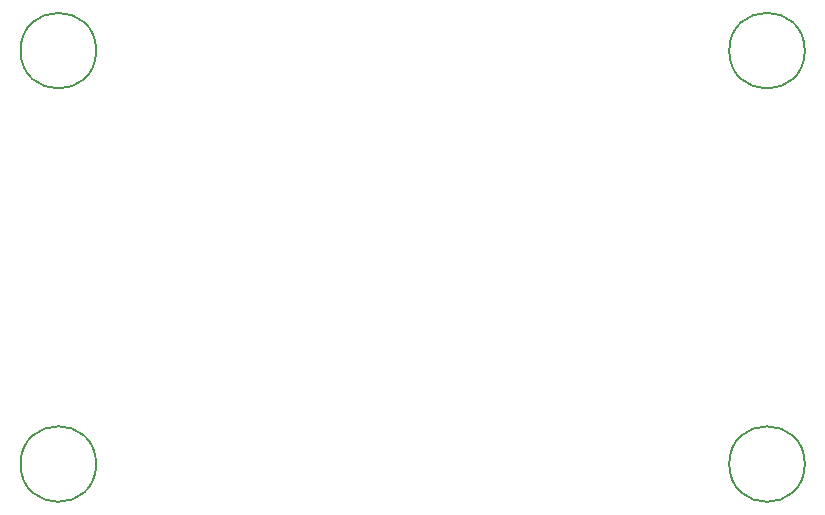
<source format=gbr>
%TF.GenerationSoftware,KiCad,Pcbnew,8.0.6-8.0.6-0~ubuntu22.04.1*%
%TF.CreationDate,2024-12-28T00:52:47+00:00*%
%TF.ProjectId,computer_sensor_board,636f6d70-7574-4657-925f-73656e736f72,rev?*%
%TF.SameCoordinates,Original*%
%TF.FileFunction,Other,Comment*%
%FSLAX46Y46*%
G04 Gerber Fmt 4.6, Leading zero omitted, Abs format (unit mm)*
G04 Created by KiCad (PCBNEW 8.0.6-8.0.6-0~ubuntu22.04.1) date 2024-12-28 00:52:47*
%MOMM*%
%LPD*%
G01*
G04 APERTURE LIST*
%ADD10C,0.150000*%
G04 APERTURE END LIST*
D10*
%TO.C,H1*%
X178200000Y-50000000D02*
G75*
G02*
X171800000Y-50000000I-3200000J0D01*
G01*
X171800000Y-50000000D02*
G75*
G02*
X178200000Y-50000000I3200000J0D01*
G01*
%TO.C,H2*%
X238200000Y-50000000D02*
G75*
G02*
X231800000Y-50000000I-3200000J0D01*
G01*
X231800000Y-50000000D02*
G75*
G02*
X238200000Y-50000000I3200000J0D01*
G01*
%TO.C,H3*%
X178200000Y-85000000D02*
G75*
G02*
X171800000Y-85000000I-3200000J0D01*
G01*
X171800000Y-85000000D02*
G75*
G02*
X178200000Y-85000000I3200000J0D01*
G01*
%TO.C,H4*%
X238200000Y-85000000D02*
G75*
G02*
X231800000Y-85000000I-3200000J0D01*
G01*
X231800000Y-85000000D02*
G75*
G02*
X238200000Y-85000000I3200000J0D01*
G01*
%TD*%
M02*

</source>
